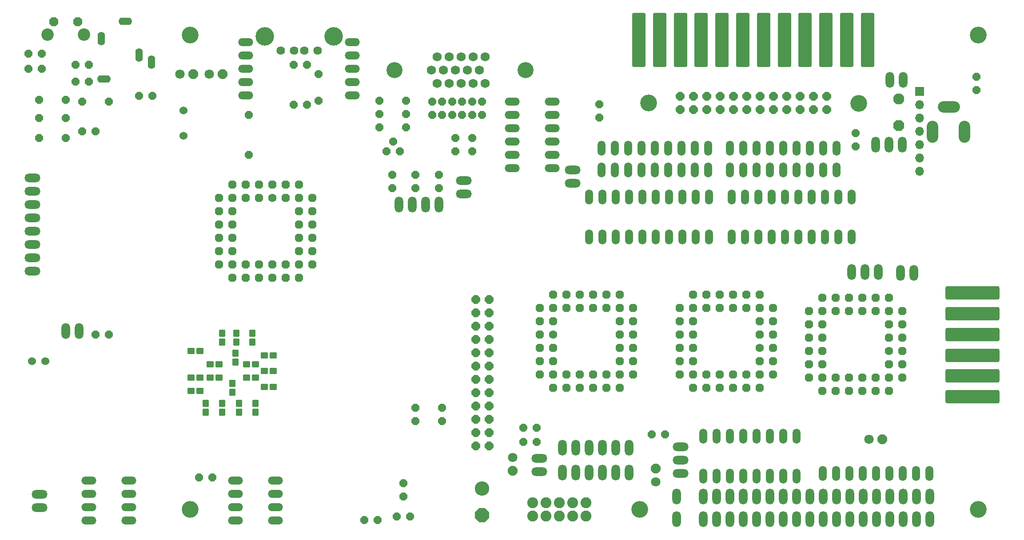
<source format=gbs>
%TF.GenerationSoftware,KiCad,Pcbnew,8.0.2*%
%TF.CreationDate,2024-05-25T17:16:44+02:00*%
%TF.ProjectId,micropet_v3,6d696372-6f70-4657-945f-76332e6b6963,rev?*%
%TF.SameCoordinates,Original*%
%TF.FileFunction,Soldermask,Bot*%
%TF.FilePolarity,Negative*%
%FSLAX46Y46*%
G04 Gerber Fmt 4.6, Leading zero omitted, Abs format (unit mm)*
G04 Created by KiCad (PCBNEW 8.0.2) date 2024-05-25 17:16:44*
%MOMM*%
%LPD*%
G01*
G04 APERTURE LIST*
G04 Aperture macros list*
%AMRoundRect*
0 Rectangle with rounded corners*
0 $1 Rounding radius*
0 $2 $3 $4 $5 $6 $7 $8 $9 X,Y pos of 4 corners*
0 Add a 4 corners polygon primitive as box body*
4,1,4,$2,$3,$4,$5,$6,$7,$8,$9,$2,$3,0*
0 Add four circle primitives for the rounded corners*
1,1,$1+$1,$2,$3*
1,1,$1+$1,$4,$5*
1,1,$1+$1,$6,$7*
1,1,$1+$1,$8,$9*
0 Add four rect primitives between the rounded corners*
20,1,$1+$1,$2,$3,$4,$5,0*
20,1,$1+$1,$4,$5,$6,$7,0*
20,1,$1+$1,$6,$7,$8,$9,0*
20,1,$1+$1,$8,$9,$2,$3,0*%
%AMFreePoly0*
4,1,25,0.333266,0.742596,0.345389,0.732242,0.732242,0.345389,0.760749,0.289441,0.762000,0.273547,0.762000,-0.273547,0.742596,-0.333266,0.732242,-0.345389,0.345389,-0.732242,0.289441,-0.760749,0.273547,-0.762000,-0.273547,-0.762000,-0.333266,-0.742596,-0.345389,-0.732242,-0.732242,-0.345389,-0.760749,-0.289441,-0.762000,-0.273547,-0.762000,0.273547,-0.742596,0.333266,-0.732242,0.345389,
-0.345389,0.732242,-0.289441,0.760749,-0.273547,0.762000,0.273547,0.762000,0.333266,0.742596,0.333266,0.742596,$1*%
%AMFreePoly1*
4,1,25,0.391131,0.882296,0.403254,0.871942,0.871942,0.403254,0.900449,0.347306,0.901700,0.331412,0.901700,-0.331412,0.882296,-0.391131,0.871942,-0.403254,0.403254,-0.871942,0.347306,-0.900449,0.331412,-0.901700,-0.331412,-0.901700,-0.391131,-0.882296,-0.403254,-0.871942,-0.871942,-0.403254,-0.900449,-0.347306,-0.901700,-0.331412,-0.901700,0.331412,-0.882296,0.391131,-0.871942,0.403254,
-0.403254,0.871942,-0.347306,0.900449,-0.331412,0.901700,0.331412,0.901700,0.391131,0.882296,0.391131,0.882296,$1*%
%AMFreePoly2*
4,1,25,0.349047,0.780696,0.361170,0.770342,0.770342,0.361170,0.798849,0.305222,0.800100,0.289328,0.800100,-0.289328,0.780696,-0.349047,0.770342,-0.361170,0.361170,-0.770342,0.305222,-0.798849,0.289328,-0.800100,-0.289328,-0.800100,-0.349047,-0.780696,-0.361170,-0.770342,-0.770342,-0.361170,-0.798849,-0.305222,-0.800100,-0.289328,-0.800100,0.289328,-0.780696,0.349047,-0.770342,0.361170,
-0.361170,0.770342,-0.305222,0.798849,-0.289328,0.800100,0.289328,0.800100,0.349047,0.780696,0.349047,0.780696,$1*%
%AMFreePoly3*
4,1,25,0.354308,0.793396,0.366431,0.783042,0.783042,0.366431,0.811549,0.310483,0.812800,0.294589,0.812800,-0.294589,0.793396,-0.354308,0.783042,-0.366431,0.366431,-0.783042,0.310483,-0.811549,0.294589,-0.812800,-0.294589,-0.812800,-0.354308,-0.793396,-0.366431,-0.783042,-0.783042,-0.366431,-0.811549,-0.310483,-0.812800,-0.294589,-0.812800,0.294589,-0.793396,0.354308,-0.783042,0.366431,
-0.366431,0.783042,-0.310483,0.811549,-0.294589,0.812800,0.294589,0.812800,0.354308,0.793396,0.354308,0.793396,$1*%
%AMFreePoly4*
4,1,25,0.454257,1.034696,0.466380,1.024342,1.024342,0.466380,1.052849,0.410432,1.054100,0.394538,1.054100,-0.394538,1.034696,-0.454257,1.024342,-0.466380,0.466380,-1.024342,0.410432,-1.052849,0.394538,-1.054100,-0.394538,-1.054100,-0.454257,-1.034696,-0.466380,-1.024342,-1.024342,-0.466380,-1.052849,-0.410432,-1.054100,-0.394538,-1.054100,0.394538,-1.034696,0.454257,-1.024342,0.466380,
-0.466380,1.024342,-0.410432,1.052849,-0.394538,1.054100,0.394538,1.054100,0.454257,1.034696,0.454257,1.034696,$1*%
%AMFreePoly5*
4,1,25,0.375350,0.844196,0.387473,0.833842,0.833842,0.387473,0.862349,0.331525,0.863600,0.315631,0.863600,-0.315631,0.844196,-0.375350,0.833842,-0.387473,0.387473,-0.833842,0.331525,-0.862349,0.315631,-0.863600,-0.315631,-0.863600,-0.375350,-0.844196,-0.387473,-0.833842,-0.833842,-0.387473,-0.862349,-0.331525,-0.863600,-0.315631,-0.863600,0.315631,-0.844196,0.375350,-0.833842,0.387473,
-0.387473,0.833842,-0.331525,0.862349,-0.315631,0.863600,0.315631,0.863600,0.375350,0.844196,0.375350,0.844196,$1*%
%AMFreePoly6*
4,1,25,0.585770,1.352196,0.597893,1.341842,1.341842,0.597893,1.370349,0.541945,1.371600,0.526051,1.371600,-0.526051,1.352196,-0.585770,1.341842,-0.597893,0.597893,-1.341842,0.541945,-1.370349,0.526051,-1.371600,-0.526051,-1.371600,-0.585770,-1.352196,-0.597893,-1.341842,-1.341842,-0.597893,-1.370349,-0.541945,-1.371600,-0.526051,-1.371600,0.526051,-1.352196,0.585770,-1.341842,0.597893,
-0.597893,1.341842,-0.541945,1.370349,-0.526051,1.371600,0.526051,1.371600,0.585770,1.352196,0.585770,1.352196,$1*%
G04 Aperture macros list end*
%ADD10C,3.200000*%
%ADD11FreePoly0,90.000000*%
%ADD12FreePoly0,0.000000*%
%ADD13FreePoly0,270.000000*%
%ADD14C,1.803400*%
%ADD15FreePoly1,0.000000*%
%ADD16FreePoly1,90.000000*%
%ADD17O,2.844800X1.524000*%
%ADD18FreePoly0,180.000000*%
%ADD19O,3.048000X1.625600*%
%ADD20C,1.524000*%
%ADD21C,1.600200*%
%ADD22FreePoly2,270.000000*%
%ADD23C,1.625600*%
%ADD24C,3.530600*%
%ADD25O,1.524000X2.844800*%
%ADD26FreePoly3,180.000000*%
%ADD27O,1.625600X3.048000*%
%ADD28FreePoly1,270.000000*%
%ADD29C,2.108200*%
%ADD30FreePoly4,270.000000*%
%ADD31C,2.082800*%
%ADD32R,1.700000X1.700000*%
%ADD33O,1.700000X1.700000*%
%ADD34C,3.048000*%
%ADD35C,1.727200*%
%ADD36RoundRect,0.388620X0.906780X4.792980X-0.906780X4.792980X-0.906780X-4.792980X0.906780X-4.792980X0*%
%ADD37FreePoly2,90.000000*%
%ADD38FreePoly5,180.000000*%
%ADD39C,2.362200*%
%ADD40FreePoly3,270.000000*%
%ADD41O,2.203200X4.203200*%
%ADD42O,4.203200X2.203200*%
%ADD43RoundRect,0.388620X4.792980X-0.906780X4.792980X0.906780X-4.792980X0.906780X-4.792980X-0.906780X0*%
%ADD44O,2.603200X1.403200*%
%ADD45O,1.403200X2.603200*%
%ADD46C,2.743200*%
%ADD47FreePoly6,270.000000*%
%ADD48FreePoly2,0.000000*%
%ADD49RoundRect,0.101600X0.550000X0.500000X-0.550000X0.500000X-0.550000X-0.500000X0.550000X-0.500000X0*%
%ADD50RoundRect,0.101600X0.500000X-0.550000X0.500000X0.550000X-0.500000X0.550000X-0.500000X-0.550000X0*%
%ADD51RoundRect,0.101600X-0.500000X0.550000X-0.500000X-0.550000X0.500000X-0.550000X0.500000X0.550000X0*%
%ADD52RoundRect,0.101600X-0.550000X-0.500000X0.550000X-0.500000X0.550000X0.500000X-0.550000X0.500000X0*%
G04 APERTURE END LIST*
D10*
%TO.C,H3*%
X258974106Y-43815000D03*
%TD*%
D11*
%TO.C,R2*%
X128560981Y-57150000D03*
X128560981Y-49530000D03*
%TD*%
D12*
%TO.C,R12*%
X77978000Y-47361600D03*
X80518000Y-47361600D03*
%TD*%
D11*
%TO.C,R3*%
X186742856Y-59610625D03*
X186742856Y-57070625D03*
%TD*%
D13*
%TO.C,R10*%
X151765000Y-70485000D03*
X151765000Y-73025000D03*
%TD*%
D10*
%TO.C,H1*%
X108796606Y-134302500D03*
%TD*%
D12*
%TO.C,D5*%
X149992231Y-58896250D03*
X144912231Y-58896250D03*
%TD*%
D13*
%TO.C,R9*%
X156210000Y-70485000D03*
X156210000Y-73025000D03*
%TD*%
D14*
%TO.C,C36*%
X238177856Y-120967500D03*
D15*
X240717856Y-120967500D03*
%TD*%
D14*
%TO.C,C28*%
X197537856Y-129063750D03*
D16*
X197537856Y-126523750D03*
%TD*%
D17*
%TO.C,U$9*%
X119380000Y-45212000D03*
X119380000Y-47752000D03*
X119380000Y-50292000D03*
X119380000Y-52832000D03*
X119380000Y-55372000D03*
X139700000Y-55372000D03*
X139700000Y-52832000D03*
X139700000Y-50292000D03*
X139700000Y-47752000D03*
X139700000Y-45212000D03*
%TD*%
%TO.C,D10*%
X177800000Y-66675000D03*
X170180000Y-66675000D03*
%TD*%
D11*
%TO.C,R8*%
X159385000Y-66040000D03*
X159385000Y-63500000D03*
%TD*%
D12*
%TO.C,R18*%
X99060000Y-55403750D03*
X101600000Y-55403750D03*
%TD*%
D18*
%TO.C,R21*%
X174836606Y-118745000D03*
X172296606Y-118745000D03*
%TD*%
D12*
%TO.C,C50*%
X80010000Y-59690000D03*
X85090000Y-59690000D03*
%TD*%
D19*
%TO.C,JP9*%
X160933591Y-71633569D03*
X160933591Y-74173569D03*
%TD*%
D11*
%TO.C,R14*%
X160655000Y-59055000D03*
X160655000Y-56515000D03*
%TD*%
%TO.C,R22*%
X149436606Y-131921250D03*
X149436606Y-129381250D03*
%TD*%
D20*
%TO.C,Q2*%
X81200625Y-106045000D03*
X78660625Y-106045000D03*
%TD*%
D21*
%TO.C,IC10*%
X241987856Y-104140000D03*
D22*
X244527856Y-101600000D03*
X241987856Y-101600000D03*
X244527856Y-99060000D03*
X241987856Y-99060000D03*
X244527856Y-96520000D03*
X241987856Y-93980000D03*
X241987856Y-96520000D03*
X239447856Y-93980000D03*
X239447856Y-96520000D03*
X236907856Y-93980000D03*
X236907856Y-96520000D03*
X234367856Y-93980000D03*
X234367856Y-96520000D03*
X231827856Y-93980000D03*
X231827856Y-96520000D03*
X229287856Y-93980000D03*
X226747856Y-96520000D03*
X229287856Y-96520000D03*
X226747856Y-99060000D03*
X229287856Y-99060000D03*
X226747856Y-101600000D03*
X229287856Y-101600000D03*
X226747856Y-104140000D03*
X229287856Y-104140000D03*
X226747856Y-106680000D03*
X229287856Y-106680000D03*
X226747856Y-109220000D03*
X229287856Y-111760000D03*
X229287856Y-109220000D03*
X231827856Y-111760000D03*
X231827856Y-109220000D03*
X234367856Y-111760000D03*
X234367856Y-109220000D03*
X236907856Y-111760000D03*
X236907856Y-109220000D03*
X239447856Y-111760000D03*
X239447856Y-109220000D03*
X241987856Y-111760000D03*
X244527856Y-109220000D03*
X241987856Y-109220000D03*
X244527856Y-106680000D03*
X241987856Y-106680000D03*
X244527856Y-104140000D03*
%TD*%
D23*
%TO.C,USB1*%
X128589556Y-46770925D03*
X130596156Y-46770925D03*
X126100356Y-46770925D03*
D24*
X136158756Y-44053125D03*
X123026956Y-44053125D03*
D23*
X133085356Y-46770925D03*
%TD*%
D25*
%TO.C,RN4*%
X187219106Y-65405000D03*
X189759106Y-65405000D03*
X192299106Y-65405000D03*
X194839106Y-65405000D03*
X197379106Y-65405000D03*
X199919106Y-65405000D03*
X202459106Y-65405000D03*
X204999106Y-65405000D03*
X207539106Y-65405000D03*
%TD*%
D10*
%TO.C,H6*%
X236193481Y-56832500D03*
%TD*%
D11*
%TO.C,R26*%
X162560000Y-59055000D03*
X162560000Y-56515000D03*
%TD*%
D14*
%TO.C,C37*%
X106891606Y-51276250D03*
D15*
X109431606Y-51276250D03*
%TD*%
D26*
%TO.C,P2*%
X230160981Y-55483125D03*
X227620981Y-55483125D03*
X225080981Y-55483125D03*
X222540981Y-55483125D03*
X220000981Y-55483125D03*
X217460981Y-55483125D03*
X214920981Y-55483125D03*
X212380981Y-55483125D03*
X209840981Y-55483125D03*
X207300981Y-55483125D03*
X204760981Y-55483125D03*
X202220981Y-55483125D03*
X230160981Y-58023125D03*
X227620981Y-58023125D03*
X225080981Y-58023125D03*
X222540981Y-58023125D03*
X220000981Y-58023125D03*
X217460981Y-58023125D03*
X214920981Y-58023125D03*
X212380981Y-58023125D03*
X209840981Y-58023125D03*
X207300981Y-58023125D03*
X204760981Y-58023125D03*
X202220981Y-58023125D03*
%TD*%
D11*
%TO.C,D8*%
X133244106Y-51276250D03*
X133244106Y-56356250D03*
%TD*%
D27*
%TO.C,P1*%
X201506606Y-136207500D03*
X206586606Y-136207500D03*
X209126606Y-136207500D03*
X211666606Y-136207500D03*
X214206606Y-136207500D03*
X216746606Y-136207500D03*
X219286606Y-136207500D03*
X221826606Y-136207500D03*
X224366606Y-136207500D03*
X226906606Y-136207500D03*
X229446606Y-136207500D03*
X231986606Y-136207500D03*
X234526606Y-136207500D03*
X237066606Y-136207500D03*
X239606606Y-136207500D03*
X242146606Y-136207500D03*
X244686606Y-136207500D03*
X247226606Y-136207500D03*
X249766606Y-136207500D03*
%TD*%
D12*
%TO.C,C51*%
X88265000Y-56515000D03*
X93345000Y-56515000D03*
%TD*%
D11*
%TO.C,R6*%
X235637856Y-65087500D03*
X235637856Y-62547500D03*
%TD*%
D14*
%TO.C,C26*%
X170232856Y-124460000D03*
D28*
X170232856Y-127000000D03*
%TD*%
D12*
%TO.C,R5*%
X151765000Y-117475000D03*
X156845000Y-117475000D03*
%TD*%
D20*
%TO.C,Q3*%
X107526606Y-63055500D03*
X107526606Y-58229500D03*
%TD*%
D27*
%TO.C,JP7*%
X156210000Y-76200000D03*
X153670000Y-76200000D03*
X151130000Y-76200000D03*
X148590000Y-76200000D03*
%TD*%
D17*
%TO.C,D3*%
X177800000Y-59055000D03*
X170180000Y-59055000D03*
%TD*%
D12*
%TO.C,C52*%
X80010000Y-63500000D03*
X85090000Y-63500000D03*
%TD*%
D11*
%TO.C,R28*%
X154940000Y-59055000D03*
X154940000Y-56515000D03*
%TD*%
%TO.C,R27*%
X158750000Y-59055000D03*
X158750000Y-56515000D03*
%TD*%
D25*
%TO.C,RN3*%
X211666606Y-69532500D03*
X214206606Y-69532500D03*
X216746606Y-69532500D03*
X219286606Y-69532500D03*
X221826606Y-69532500D03*
X224366606Y-69532500D03*
X226906606Y-69532500D03*
X229446606Y-69532500D03*
X231986606Y-69532500D03*
%TD*%
D12*
%TO.C,D1*%
X149992231Y-61436250D03*
X144912231Y-61436250D03*
%TD*%
%TO.C,D6*%
X149992231Y-56356250D03*
X144912231Y-56356250D03*
%TD*%
D19*
%TO.C,JP5*%
X181742231Y-72072500D03*
X181742231Y-69532500D03*
%TD*%
D12*
%TO.C,C49*%
X80010000Y-56197500D03*
X85090000Y-56197500D03*
%TD*%
D11*
%TO.C,R16*%
X258671196Y-54340353D03*
X258671196Y-51800353D03*
%TD*%
D17*
%TO.C,D4*%
X177800000Y-61595000D03*
X170180000Y-61595000D03*
%TD*%
D10*
%TO.C,H4*%
X258974106Y-134302500D03*
%TD*%
D12*
%TO.C,R30*%
X86995000Y-49530000D03*
X89535000Y-49530000D03*
%TD*%
D18*
%TO.C,R31*%
X90805000Y-62230000D03*
X88265000Y-62230000D03*
%TD*%
D29*
%TO.C,C6*%
X243869751Y-56062990D03*
D30*
X243869751Y-61142990D03*
%TD*%
D10*
%TO.C,H7*%
X194521606Y-134302500D03*
%TD*%
D11*
%TO.C,R13*%
X164465000Y-59055000D03*
X164465000Y-56515000D03*
%TD*%
D17*
%TO.C,U$14*%
X89535000Y-128818100D03*
X89535000Y-131358100D03*
X89535000Y-133898100D03*
X89535000Y-136438100D03*
X97155000Y-136438100D03*
X97155000Y-133898100D03*
X97155000Y-131358100D03*
X97155000Y-128818100D03*
%TD*%
D19*
%TO.C,JP1*%
X202300356Y-127476250D03*
X202300356Y-124936250D03*
X202300356Y-122396250D03*
%TD*%
D27*
%TO.C,JP8*%
X87630000Y-100330000D03*
X85090000Y-100330000D03*
%TD*%
D31*
%TO.C,U$7*%
X174042856Y-135572500D03*
X174042856Y-133032500D03*
X176582856Y-135572500D03*
X176582856Y-133032500D03*
X179122856Y-135572500D03*
X179122856Y-133032500D03*
X181662856Y-135572500D03*
X181662856Y-133032500D03*
X184202856Y-135572500D03*
X184202856Y-133032500D03*
%TD*%
D19*
%TO.C,JP2*%
X80089375Y-131445000D03*
X80089375Y-133985000D03*
%TD*%
D12*
%TO.C,R23*%
X151765000Y-114935000D03*
X156845000Y-114935000D03*
%TD*%
D27*
%TO.C,JP6*%
X239924106Y-89058750D03*
X237384106Y-89058750D03*
X234844106Y-89058750D03*
%TD*%
D32*
%TO.C,U$8*%
X247790762Y-54605580D03*
D33*
X247790762Y-57145580D03*
X247790762Y-59685580D03*
X247790762Y-62225580D03*
X247790762Y-64765580D03*
X247790762Y-67305580D03*
X247790762Y-69845580D03*
%TD*%
D25*
%TO.C,RN1*%
X249687231Y-127476250D03*
X247147231Y-127476250D03*
X244607231Y-127476250D03*
X242067231Y-127476250D03*
X239527231Y-127476250D03*
X236987231Y-127476250D03*
X234447231Y-127476250D03*
X231907231Y-127476250D03*
X229367231Y-127476250D03*
%TD*%
D34*
%TO.C,X2*%
X172728406Y-50482500D03*
X147734806Y-50482500D03*
D35*
X155913606Y-53022500D03*
X158199606Y-53022500D03*
X160485606Y-53022500D03*
X162771606Y-53022500D03*
X165057606Y-53022500D03*
X154770606Y-50482500D03*
X157056606Y-50482500D03*
X159342606Y-50482500D03*
X161628606Y-50482500D03*
X163914606Y-50482500D03*
X155913606Y-47942500D03*
X158199606Y-47942500D03*
X160485606Y-47942500D03*
X162771606Y-47942500D03*
X165057606Y-47942500D03*
%TD*%
D11*
%TO.C,R15*%
X156845000Y-59055000D03*
X156845000Y-56515000D03*
%TD*%
D25*
%TO.C,U$6*%
X207697856Y-74771250D03*
X205157856Y-74771250D03*
X202617856Y-74771250D03*
X200077856Y-74771250D03*
X197537856Y-74771250D03*
X194997856Y-74771250D03*
X192457856Y-74771250D03*
X189917856Y-74771250D03*
X187377856Y-74771250D03*
X184837856Y-74771250D03*
X184837856Y-82391250D03*
X187377856Y-82391250D03*
X189917856Y-82391250D03*
X192457856Y-82391250D03*
X194997856Y-82391250D03*
X197537856Y-82391250D03*
X200077856Y-82391250D03*
X202617856Y-82391250D03*
X205157856Y-82391250D03*
X207697856Y-82391250D03*
%TD*%
D12*
%TO.C,R19*%
X77978000Y-50292000D03*
X80518000Y-50292000D03*
%TD*%
D11*
%TO.C,R1*%
X131100981Y-57150000D03*
X131100981Y-49530000D03*
%TD*%
D25*
%TO.C,IC5*%
X224366606Y-120332500D03*
X221826606Y-120332500D03*
X219286606Y-120332500D03*
X216746606Y-120332500D03*
X214206606Y-120332500D03*
X211666606Y-120332500D03*
X209126606Y-120332500D03*
X206586606Y-120332500D03*
X206586606Y-127952500D03*
X209126606Y-127952500D03*
X211666606Y-127952500D03*
X214206606Y-127952500D03*
X216746606Y-127952500D03*
X219286606Y-127952500D03*
X221826606Y-127952500D03*
X224366606Y-127952500D03*
%TD*%
D27*
%TO.C,U$11*%
X192457856Y-122555000D03*
X189917856Y-122555000D03*
X187377856Y-122555000D03*
X184837856Y-122555000D03*
X182297856Y-122555000D03*
X179757856Y-122555000D03*
%TD*%
D25*
%TO.C,U$5*%
X234844106Y-74771250D03*
X232304106Y-74771250D03*
X229764106Y-74771250D03*
X227224106Y-74771250D03*
X224684106Y-74771250D03*
X222144106Y-74771250D03*
X219604106Y-74771250D03*
X217064106Y-74771250D03*
X214524106Y-74771250D03*
X211984106Y-74771250D03*
X211984106Y-82391250D03*
X214524106Y-82391250D03*
X217064106Y-82391250D03*
X219604106Y-82391250D03*
X222144106Y-82391250D03*
X224684106Y-82391250D03*
X227224106Y-82391250D03*
X229764106Y-82391250D03*
X232304106Y-82391250D03*
X234844106Y-82391250D03*
%TD*%
D36*
%TO.C,CN4*%
X237904806Y-44767500D03*
X233942406Y-44767500D03*
X229980006Y-44767500D03*
X226017606Y-44767500D03*
X222055206Y-44767500D03*
X218092806Y-44767500D03*
X214130406Y-44767500D03*
X210168006Y-44767500D03*
X206205606Y-44767500D03*
X202243206Y-44767500D03*
X198280806Y-44767500D03*
X194318406Y-44767500D03*
%TD*%
D21*
%TO.C,IC9*%
X178011606Y-100965000D03*
D37*
X175471606Y-103505000D03*
X178011606Y-103505000D03*
X175471606Y-106045000D03*
X178011606Y-106045000D03*
X175471606Y-108585000D03*
X178011606Y-111125000D03*
X178011606Y-108585000D03*
X180551606Y-111125000D03*
X180551606Y-108585000D03*
X183091606Y-111125000D03*
X183091606Y-108585000D03*
X185631606Y-111125000D03*
X185631606Y-108585000D03*
X188171606Y-111125000D03*
X188171606Y-108585000D03*
X190711606Y-111125000D03*
X193251606Y-108585000D03*
X190711606Y-108585000D03*
X193251606Y-106045000D03*
X190711606Y-106045000D03*
X193251606Y-103505000D03*
X190711606Y-103505000D03*
X193251606Y-100965000D03*
X190711606Y-100965000D03*
X193251606Y-98425000D03*
X190711606Y-98425000D03*
X193251606Y-95885000D03*
X190711606Y-93345000D03*
X190711606Y-95885000D03*
X188171606Y-93345000D03*
X188171606Y-95885000D03*
X185631606Y-93345000D03*
X185631606Y-95885000D03*
X183091606Y-93345000D03*
X183091606Y-95885000D03*
X180551606Y-93345000D03*
X180551606Y-95885000D03*
X178011606Y-93345000D03*
X175471606Y-95885000D03*
X178011606Y-95885000D03*
X175471606Y-98425000D03*
X178011606Y-98425000D03*
X175471606Y-100965000D03*
%TD*%
D27*
%TO.C,JP3*%
X244210356Y-89217500D03*
X246750356Y-89217500D03*
%TD*%
D10*
%TO.C,H2*%
X108796606Y-43815000D03*
%TD*%
D25*
%TO.C,RN5*%
X187219106Y-69532500D03*
X189759106Y-69532500D03*
X192299106Y-69532500D03*
X194839106Y-69532500D03*
X197379106Y-69532500D03*
X199919106Y-69532500D03*
X202459106Y-69532500D03*
X204999106Y-69532500D03*
X207539106Y-69532500D03*
%TD*%
D14*
%TO.C,C38*%
X112447856Y-51276250D03*
D15*
X114987856Y-51276250D03*
%TD*%
D12*
%TO.C,U$3*%
X146261606Y-66040000D03*
X147531606Y-64135000D03*
X148801606Y-66040000D03*
%TD*%
D27*
%TO.C,P6*%
X192457856Y-127317500D03*
X189917856Y-127317500D03*
X187377856Y-127317500D03*
X184837856Y-127317500D03*
X182297856Y-127317500D03*
X179757856Y-127317500D03*
%TD*%
D12*
%TO.C,R17*%
X196744106Y-120015000D03*
X199284106Y-120015000D03*
%TD*%
%TO.C,R29*%
X110490000Y-128270000D03*
X113030000Y-128270000D03*
%TD*%
%TO.C,LED1*%
X148166606Y-135731250D03*
X150706606Y-135731250D03*
%TD*%
D11*
%TO.C,R4*%
X120015000Y-66675000D03*
X120015000Y-59055000D03*
%TD*%
D19*
%TO.C,JP4*%
X175392231Y-127158750D03*
X175392231Y-124618750D03*
%TD*%
D17*
%TO.C,D2*%
X177800000Y-56515000D03*
X170180000Y-56515000D03*
%TD*%
D11*
%TO.C,R7*%
X162560000Y-66040000D03*
X162560000Y-63500000D03*
%TD*%
D38*
%TO.C,S1*%
X87350600Y-41300400D03*
X82829400Y-41300400D03*
D39*
X88595200Y-43789600D03*
X81584800Y-43789600D03*
%TD*%
D21*
%TO.C,IC11*%
X217381606Y-103505000D03*
D22*
X219921606Y-100965000D03*
X217381606Y-100965000D03*
X219921606Y-98425000D03*
X217381606Y-98425000D03*
X219921606Y-95885000D03*
X217381606Y-93345000D03*
X217381606Y-95885000D03*
X214841606Y-93345000D03*
X214841606Y-95885000D03*
X212301606Y-93345000D03*
X212301606Y-95885000D03*
X209761606Y-93345000D03*
X209761606Y-95885000D03*
X207221606Y-93345000D03*
X207221606Y-95885000D03*
X204681606Y-93345000D03*
X202141606Y-95885000D03*
X204681606Y-95885000D03*
X202141606Y-98425000D03*
X204681606Y-98425000D03*
X202141606Y-100965000D03*
X204681606Y-100965000D03*
X202141606Y-103505000D03*
X204681606Y-103505000D03*
X202141606Y-106045000D03*
X204681606Y-106045000D03*
X202141606Y-108585000D03*
X204681606Y-111125000D03*
X204681606Y-108585000D03*
X207221606Y-111125000D03*
X207221606Y-108585000D03*
X209761606Y-111125000D03*
X209761606Y-108585000D03*
X212301606Y-111125000D03*
X212301606Y-108585000D03*
X214841606Y-111125000D03*
X214841606Y-108585000D03*
X217381606Y-111125000D03*
X219921606Y-108585000D03*
X217381606Y-108585000D03*
X219921606Y-106045000D03*
X217381606Y-106045000D03*
X219921606Y-103505000D03*
%TD*%
D12*
%TO.C,R25*%
X90805000Y-100965000D03*
X93345000Y-100965000D03*
%TD*%
D40*
%TO.C,P3*%
X163247856Y-94297500D03*
X163247856Y-96837500D03*
X163247856Y-99377500D03*
X163247856Y-101917500D03*
X163247856Y-104457500D03*
X163247856Y-106997500D03*
X163247856Y-109537500D03*
X163247856Y-112077500D03*
X163247856Y-114617500D03*
X163247856Y-117157500D03*
X163247856Y-119697500D03*
X163247856Y-122237500D03*
X165787856Y-94297500D03*
X165787856Y-96837500D03*
X165787856Y-99377500D03*
X165787856Y-101917500D03*
X165787856Y-104457500D03*
X165787856Y-106997500D03*
X165787856Y-109537500D03*
X165787856Y-112077500D03*
X165787856Y-114617500D03*
X165787856Y-117157500D03*
X165787856Y-119697500D03*
X165787856Y-122237500D03*
%TD*%
D41*
%TO.C,J1*%
X250317856Y-62309375D03*
D42*
X253417856Y-57509375D03*
D41*
X256417856Y-62309375D03*
%TD*%
D27*
%TO.C,P7*%
X201506606Y-131921250D03*
X206586606Y-131921250D03*
X209126606Y-131921250D03*
X211666606Y-131921250D03*
X214206606Y-131921250D03*
X216746606Y-131921250D03*
X219286606Y-131921250D03*
X221826606Y-131921250D03*
X224366606Y-131921250D03*
X226906606Y-131921250D03*
X229446606Y-131921250D03*
X231986606Y-131921250D03*
X234526606Y-131921250D03*
X237066606Y-131921250D03*
X239606606Y-131921250D03*
X242146606Y-131921250D03*
X244686606Y-131921250D03*
X247226606Y-131921250D03*
X249766606Y-131921250D03*
%TD*%
D10*
%TO.C,H5*%
X196188481Y-56753125D03*
%TD*%
D19*
%TO.C,U$12*%
X78740000Y-83820000D03*
X78740000Y-71120000D03*
X78740000Y-81280000D03*
X78740000Y-78740000D03*
X78740000Y-73660000D03*
X78740000Y-86360000D03*
X78740000Y-76200000D03*
X78740000Y-88900000D03*
%TD*%
D27*
%TO.C,JP10*%
X244527856Y-64770000D03*
X241987856Y-64770000D03*
X239447856Y-64770000D03*
%TD*%
D25*
%TO.C,RN2*%
X211666606Y-65405000D03*
X214206606Y-65405000D03*
X216746606Y-65405000D03*
X219286606Y-65405000D03*
X221826606Y-65405000D03*
X224366606Y-65405000D03*
X226906606Y-65405000D03*
X229446606Y-65405000D03*
X231986606Y-65405000D03*
%TD*%
D12*
%TO.C,R24*%
X141986000Y-136398000D03*
X144526000Y-136398000D03*
%TD*%
D17*
%TO.C,U$4*%
X117475000Y-128818100D03*
X117475000Y-131358100D03*
X117475000Y-133898100D03*
X117475000Y-136438100D03*
X125095000Y-136438100D03*
X125095000Y-133898100D03*
X125095000Y-131358100D03*
X125095000Y-128818100D03*
%TD*%
D43*
%TO.C,CN3*%
X257942231Y-112855375D03*
X257942231Y-108892975D03*
X257942231Y-104930575D03*
X257942231Y-100968175D03*
X257942231Y-97005775D03*
X257942231Y-93043375D03*
%TD*%
D13*
%TO.C,R11*%
X147320000Y-70485000D03*
X147320000Y-73025000D03*
%TD*%
D17*
%TO.C,D11*%
X177800000Y-69215000D03*
X170180000Y-69215000D03*
%TD*%
D44*
%TO.C,X1*%
X96410000Y-41225000D03*
D45*
X91860000Y-44525000D03*
X101460000Y-49025000D03*
D44*
X92410000Y-52225000D03*
D45*
X99060000Y-47625000D03*
%TD*%
D12*
%TO.C,R32*%
X86995000Y-52705000D03*
X89535000Y-52705000D03*
%TD*%
D27*
%TO.C,BEEP1*%
X244708120Y-52378121D03*
X242168120Y-52378121D03*
%TD*%
D17*
%TO.C,D9*%
X177800000Y-64135000D03*
X170180000Y-64135000D03*
%TD*%
D18*
%TO.C,R20*%
X174836606Y-121443750D03*
X172296606Y-121443750D03*
%TD*%
D46*
%TO.C,C5*%
X164438481Y-130333750D03*
D47*
X164438481Y-135413750D03*
%TD*%
D21*
%TO.C,U$1*%
X124460000Y-74930000D03*
D48*
X121920000Y-72390000D03*
X121920000Y-74930000D03*
X119380000Y-72390000D03*
X119380000Y-74930000D03*
X116840000Y-72390000D03*
X114300000Y-74930000D03*
X116840000Y-74930000D03*
X114300000Y-77470000D03*
X116840000Y-77470000D03*
X114300000Y-80010000D03*
X116840000Y-80010000D03*
X114300000Y-82550000D03*
X116840000Y-82550000D03*
X114300000Y-85090000D03*
X116840000Y-85090000D03*
X114300000Y-87630000D03*
X116840000Y-90170000D03*
X116840000Y-87630000D03*
X119380000Y-90170000D03*
X119380000Y-87630000D03*
X121920000Y-90170000D03*
X121920000Y-87630000D03*
X124460000Y-90170000D03*
X124460000Y-87630000D03*
X127000000Y-90170000D03*
X127000000Y-87630000D03*
X129540000Y-90170000D03*
X132080000Y-87630000D03*
X129540000Y-87630000D03*
X132080000Y-85090000D03*
X129540000Y-85090000D03*
X132080000Y-82550000D03*
X129540000Y-82550000D03*
X132080000Y-80010000D03*
X129540000Y-80010000D03*
X132080000Y-77470000D03*
X129540000Y-77470000D03*
X132080000Y-74930000D03*
X129540000Y-72390000D03*
X129540000Y-74930000D03*
X127000000Y-72390000D03*
X127000000Y-74930000D03*
X124460000Y-72390000D03*
%TD*%
D49*
%TO.C,C55*%
X110705000Y-104140000D03*
X109005000Y-104140000D03*
%TD*%
%TO.C,C57*%
X110705000Y-111760000D03*
X109005000Y-111760000D03*
%TD*%
D50*
%TO.C,C61*%
X114935000Y-102450000D03*
X114935000Y-100750000D03*
%TD*%
%TO.C,C53*%
X120650000Y-102450000D03*
X120650000Y-100750000D03*
%TD*%
D49*
%TO.C,C62*%
X121285000Y-106680000D03*
X119585000Y-106680000D03*
%TD*%
D50*
%TO.C,C69*%
X116840000Y-111975000D03*
X116840000Y-110275000D03*
%TD*%
D51*
%TO.C,C64*%
X117475000Y-104560000D03*
X117475000Y-106260000D03*
%TD*%
D52*
%TO.C,C68*%
X112600000Y-109220000D03*
X114300000Y-109220000D03*
%TD*%
D51*
%TO.C,C47*%
X111760000Y-114085000D03*
X111760000Y-115785000D03*
%TD*%
%TO.C,C46*%
X121285000Y-114085000D03*
X121285000Y-115785000D03*
%TD*%
D50*
%TO.C,C54*%
X117633200Y-102450000D03*
X117633200Y-100750000D03*
%TD*%
D51*
%TO.C,C45*%
X114935000Y-114085000D03*
X114935000Y-115785000D03*
%TD*%
D49*
%TO.C,C63*%
X121285000Y-109220000D03*
X119585000Y-109220000D03*
%TD*%
D52*
%TO.C,C58*%
X122975000Y-110966800D03*
X124675000Y-110966800D03*
%TD*%
D49*
%TO.C,C56*%
X110705000Y-109220000D03*
X109005000Y-109220000D03*
%TD*%
D51*
%TO.C,C48*%
X118110000Y-114085000D03*
X118110000Y-115785000D03*
%TD*%
D52*
%TO.C,C67*%
X112600000Y-106680000D03*
X114300000Y-106680000D03*
%TD*%
%TO.C,C60*%
X122975000Y-104933200D03*
X124675000Y-104933200D03*
%TD*%
%TO.C,C59*%
X122975000Y-107950000D03*
X124675000Y-107950000D03*
%TD*%
M02*

</source>
